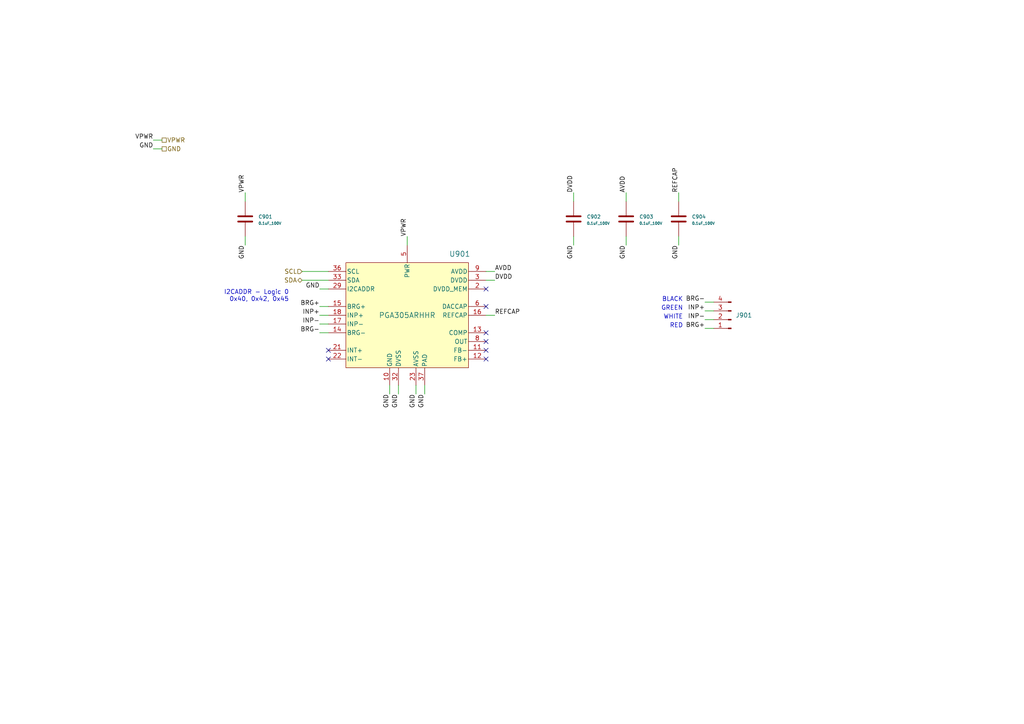
<source format=kicad_sch>
(kicad_sch (version 20230121) (generator eeschema)
  (paper "A4")
  (lib_symbols
    (symbol "Janelia:C_0.1uF_100V_0402" (pin_numbers hide) (pin_names (offset 0.254))
      (property "Reference" "C" (at 0 2.54 0))
      (property "Value" "0.1uF_100V" (at 0 0 0))
      (symbol "C_0.1uF_100V_0402_0_1"
        (polyline (pts (xy -2.032 -0.762) (xy 2.032 -0.762)) (stroke (width 0.508)))
        (polyline (pts (xy -2.032 0.762) (xy 2.032 0.762)) (stroke (width 0.508)))
      )
      (symbol "C_0.1uF_100V_0402_1_1"
        (pin passive line (at 0 5.08 270) (length 4.318) (name "~") (number "1"))
        (pin passive line (at 0 -5.08 90) (length 4.318) (name "~") (number "2"))
      )
    )
    (symbol "Janelia:Conn_01x04_P3.5mm_TBH_Horizontal_Screw" (pin_names (offset 1.016) hide)
      (property "Reference" "J" (at -3.81 0 0))
      (symbol "Conn_01x04_P3.5mm_TBH_Horizontal_Screw_1_1"
        (polyline (pts (xy 1.27 -5.08) (xy 0.8636 -5.08)) (stroke (width 0.1524)))
        (polyline (pts (xy 1.27 -2.54) (xy 0.8636 -2.54)) (stroke (width 0.1524)))
        (polyline (pts (xy 1.27 0) (xy 0.8636 0)) (stroke (width 0.1524)))
        (polyline (pts (xy 1.27 2.54) (xy 0.8636 2.54)) (stroke (width 0.1524)))
        (rectangle (start 0.8636 -4.953) (end 0 -5.207) (stroke (width 0.1524)) (fill (type outline)))
        (rectangle (start 0.8636 -2.413) (end 0 -2.667) (stroke (width 0.1524)) (fill (type outline)))
        (rectangle (start 0.8636 0.127) (end 0 -0.127) (stroke (width 0.1524)) (fill (type outline)))
        (rectangle (start 0.8636 2.667) (end 0 2.413) (stroke (width 0.1524)) (fill (type outline)))
        (pin passive line (at 5.08 2.54 180) (length 3.81) (name "Pin_1") (number "1"))
        (pin passive line (at 5.08 0 180) (length 3.81) (name "Pin_2") (number "2"))
        (pin passive line (at 5.08 -2.54 180) (length 3.81) (name "Pin_3") (number "3"))
        (pin passive line (at 5.08 -5.08 180) (length 3.81) (name "Pin_4") (number "4"))
      )
    )
    (symbol "Janelia:PGA305ARHHR" (pin_names (offset 0.254))
      (property "Reference" "U" (at 15.24 17.78 0))
      (property "Value" "PGA305ARHHR" (at 0 0 0))
      (symbol "PGA305ARHHR_0_1"
        (pin power_in line (at -5.08 -20.32 90) (length 5.08) (name "GND") (number "10"))
        (pin input line (at 22.86 -10.16 180) (length 5.08) (name "FB-") (number "11"))
        (pin input line (at 22.86 -12.7 180) (length 5.08) (name "FB+") (number "12"))
        (pin output line (at -22.86 -5.08 0) (length 5.08) (name "BRG-") (number "14"))
        (pin output line (at -22.86 2.54 0) (length 5.08) (name "BRG+") (number "15"))
        (pin input line (at -22.86 -2.54 0) (length 5.08) (name "INP-") (number "17"))
        (pin input line (at -22.86 0 0) (length 5.08) (name "INP+") (number "18"))
        (pin power_in line (at 22.86 7.62 180) (length 5.08) (name "DVDD_MEM") (number "2"))
        (pin input line (at -22.86 -10.16 0) (length 5.08) (name "INT+") (number "21"))
        (pin input line (at -22.86 -12.7 0) (length 5.08) (name "INT-") (number "22"))
        (pin power_in line (at 2.54 -20.32 90) (length 5.08) (name "AVSS") (number "23"))
        (pin input line (at -22.86 7.62 0) (length 5.08) (name "I2CADDR") (number "29"))
        (pin power_in line (at -2.54 -20.32 90) (length 5.08) (name "DVSS") (number "32"))
        (pin bidirectional line (at -22.86 10.16 0) (length 5.08) (name "SDA") (number "33"))
        (pin unspecified line (at 5.08 -20.32 90) (length 5.08) (name "PAD") (number "37"))
        (pin power_in line (at 0 20.32 270) (length 5.08) (name "PWR") (number "5"))
        (pin output line (at 22.86 -7.62 180) (length 5.08) (name "OUT") (number "8"))
      )
      (symbol "PGA305ARHHR_1_1"
        (rectangle (start -17.78 15.24) (end 17.78 -15.24) (fill (type background)))
        (pin no_connect line (at 10.16 -25.4 90) (length 5.08) hide (name "NU") (number "1"))
        (pin input line (at 22.86 -5.08 180) (length 5.08) (name "COMP") (number "13"))
        (pin output line (at 22.86 0 180) (length 5.08) (name "REFCAP") (number "16"))
        (pin no_connect line (at 17.78 -25.4 90) (length 5.08) hide (name "NU") (number "19"))
        (pin no_connect line (at 20.32 -25.4 90) (length 5.08) hide (name "NU") (number "20"))
        (pin no_connect line (at 22.86 -25.4 90) (length 5.08) hide (name "NU") (number "24"))
        (pin no_connect line (at 25.4 -25.4 90) (length 5.08) hide (name "NU") (number "25"))
        (pin no_connect line (at 27.94 -25.4 90) (length 5.08) hide (name "NU") (number "26"))
        (pin no_connect line (at 30.48 -25.4 90) (length 5.08) hide (name "NU") (number "27"))
        (pin no_connect line (at 33.02 -25.4 90) (length 5.08) hide (name "NU") (number "28"))
        (pin power_out line (at 22.86 10.16 180) (length 5.08) (name "DVDD") (number "3"))
        (pin no_connect line (at 35.56 -25.4 90) (length 5.08) hide (name "NU") (number "30"))
        (pin no_connect line (at 38.1 -25.4 90) (length 5.08) hide (name "NU") (number "31"))
        (pin no_connect line (at 40.64 -25.4 90) (length 5.08) hide (name "NU") (number "34"))
        (pin no_connect line (at 43.18 -25.4 90) (length 5.08) hide (name "NU") (number "35"))
        (pin input line (at -22.86 12.7 0) (length 5.08) (name "SCL") (number "36"))
        (pin no_connect line (at 12.7 -25.4 90) (length 5.08) hide (name "NU") (number "4"))
        (pin output line (at 22.86 2.54 180) (length 5.08) (name "DACCAP") (number "6"))
        (pin no_connect line (at 15.24 -25.4 90) (length 5.08) hide (name "NU") (number "7"))
        (pin power_out line (at 22.86 12.7 180) (length 5.08) (name "AVDD") (number "9"))
      )
    )
  )
  (no_connect (at 140.97 83.82))
  (no_connect (at 140.97 99.06))
  (no_connect (at 95.25 104.14))
  (no_connect (at 140.97 88.9))
  (no_connect (at 140.97 101.6))
  (no_connect (at 140.97 104.14))
  (no_connect (at 95.25 101.6))
  (no_connect (at 140.97 96.52))
  (wire (pts (xy 166.37 68.58) (xy 166.37 71.12)))
  (wire (pts (xy 46.99 40.64) (xy 44.45 40.64)))
  (wire (pts (xy 115.57 111.76) (xy 115.57 114.3)))
  (wire (pts (xy 166.37 58.42) (xy 166.37 55.88)))
  (wire (pts (xy 181.61 58.42) (xy 181.61 55.88)))
  (wire (pts (xy 204.47 95.25) (xy 207.01 95.25)))
  (wire (pts (xy 196.85 58.42) (xy 196.85 55.88)))
  (wire (pts (xy 140.97 91.44) (xy 143.51 91.44)))
  (wire (pts (xy 95.25 88.9) (xy 92.71 88.9)))
  (wire (pts (xy 95.25 91.44) (xy 92.71 91.44)))
  (wire (pts (xy 181.61 68.58) (xy 181.61 71.12)))
  (wire (pts (xy 71.12 58.42) (xy 71.12 55.88)))
  (wire (pts (xy 140.97 78.74) (xy 143.51 78.74)))
  (wire (pts (xy 46.99 43.18) (xy 44.45 43.18)))
  (wire (pts (xy 196.85 68.58) (xy 196.85 71.12)))
  (wire (pts (xy 95.25 93.98) (xy 92.71 93.98)))
  (wire (pts (xy 204.47 92.71) (xy 207.01 92.71)))
  (wire (pts (xy 95.25 96.52) (xy 92.71 96.52)))
  (wire (pts (xy 123.19 111.76) (xy 123.19 114.3)))
  (wire (pts (xy 118.11 71.12) (xy 118.11 68.58)))
  (wire (pts (xy 113.03 111.76) (xy 113.03 114.3)))
  (wire (pts (xy 120.65 111.76) (xy 120.65 114.3)))
  (wire (pts (xy 95.25 83.82) (xy 92.71 83.82)))
  (wire (pts (xy 71.12 68.58) (xy 71.12 71.12)))
  (wire (pts (xy 87.63 78.74) (xy 95.25 78.74)))
  (wire (pts (xy 140.97 81.28) (xy 143.51 81.28)))
  (wire (pts (xy 204.47 87.63) (xy 207.01 87.63)))
  (wire (pts (xy 87.63 81.28) (xy 95.25 81.28)))
  (wire (pts (xy 204.47 90.17) (xy 207.01 90.17)))
  (text "GREEN" (at 198.12 90.17 0) (effects (font (size 1.27 1.27)) (justify right bottom)))
  (text "BLACK" (at 198.12 87.63 0) (effects (font (size 1.27 1.27)) (justify right bottom)))
  (text "RED" (at 198.12 95.25 0) (effects (font (size 1.27 1.27)) (justify right bottom)))
  (text "I2CADDR - Logic 0\n0x40, 0x42, 0x45" (at 83.82 87.63 0) (effects (font (size 1.27 1.27)) (justify right bottom)))
  (text "WHITE" (at 198.12 92.71 0) (effects (font (size 1.27 1.27)) (justify right bottom)))
  (label "GND" (at 71.12 71.12 270))
  (label "GND" (at 113.03 114.3 270))
  (label "VPWR" (at 44.45 40.64 180))
  (label "BRG-" (at 92.71 96.52 180))
  (label "AVDD" (at 143.51 78.74 0))
  (label "INP-" (at 92.71 93.98 180))
  (label "BRG-" (at 204.47 87.63 180))
  (label "GND" (at 120.65 114.3 270))
  (label "GND" (at 123.19 114.3 270))
  (label "INP-" (at 204.47 92.71 180))
  (label "VPWR" (at 71.12 55.88 90))
  (label "VPWR" (at 118.11 68.58 90))
  (label "AVDD" (at 181.61 55.88 90))
  (label "GND" (at 92.71 83.82 180))
  (label "DVDD" (at 143.51 81.28 0))
  (label "INP+" (at 92.71 91.44 180))
  (label "DVDD" (at 166.37 55.88 90))
  (label "REFCAP" (at 196.85 55.88 90))
  (label "INP+" (at 204.47 90.17 180))
  (label "BRG+" (at 204.47 95.25 180))
  (label "GND" (at 115.57 114.3 270))
  (label "GND" (at 196.85 71.12 270))
  (label "BRG+" (at 92.71 88.9 180))
  (label "GND" (at 166.37 71.12 270))
  (label "GND" (at 181.61 71.12 270))
  (label "REFCAP" (at 143.51 91.44 0))
  (label "GND" (at 44.45 43.18 180))
  (hierarchical_label "GND" (shape passive) (at 46.99 43.18 0))
  (hierarchical_label "VPWR" (shape passive) (at 46.99 40.64 0))
  (hierarchical_label "SDA" (shape bidirectional) (at 87.63 81.28 180))
  (hierarchical_label "SCL" (shape input) (at 87.63 78.74 180))
  (symbol (lib_id "Janelia:C_0.1uF_100V_0402") (at 166.37 63.5 0) (unit 1)
    (property "Reference" "C902" (at 170.18 62.865 0) (effects (font (size 1.016 1.016)) (justify left)))
    (property "Value" "0.1uF_100V" (at 170.18 64.7699 0) (effects (font (size 0.762 0.762)) (justify left)))
    (property "Footprint" "Janelia:C_0402_1005Metric" (effects hide))
    (property "Vendor" "Digi-Key" (effects hide))
    (property "Vendor Part Number" "490-10458-1-ND" (effects hide))
    (property "Manufacturer" "Murata Electronics" (effects hide))
    (property "Manufacturer Part Number" "GRM155R62A104KE14D" (effects hide))
    (property "Package" "0402" (effects hide))
    (property "Synopsis" "CAP CER 0.1UF 100V X5R" (effects hide))
    (property "LCSC" "C162178" (effects hide))
  )
  (symbol (lib_id "Janelia:C_0.1uF_100V_0402") (at 196.85 63.5 0) (unit 1)
    (property "Reference" "C904" (at 200.66 62.865 0) (effects (font (size 1.016 1.016)) (justify left)))
    (property "Value" "0.1uF_100V" (at 200.66 64.7699 0) (effects (font (size 0.762 0.762)) (justify left)))
    (property "Footprint" "Janelia:C_0402_1005Metric" (effects hide))
    (property "Vendor" "Digi-Key" (effects hide))
    (property "Vendor Part Number" "490-10458-1-ND" (effects hide))
    (property "Manufacturer" "Murata Electronics" (effects hide))
    (property "Manufacturer Part Number" "GRM155R62A104KE14D" (effects hide))
    (property "Package" "0402" (effects hide))
    (property "Synopsis" "CAP CER 0.1UF 100V X5R" (effects hide))
    (property "LCSC" "C162178" (effects hide))
  )
  (symbol (lib_id "Janelia:C_0.1uF_100V_0402") (at 181.61 63.5 0) (unit 1)
    (property "Reference" "C903" (at 185.42 62.865 0) (effects (font (size 1.016 1.016)) (justify left)))
    (property "Value" "0.1uF_100V" (at 185.42 64.7699 0) (effects (font (size 0.762 0.762)) (justify left)))
    (property "Footprint" "Janelia:C_0402_1005Metric" (effects hide))
    (property "Vendor" "Digi-Key" (effects hide))
    (property "Vendor Part Number" "490-10458-1-ND" (effects hide))
    (property "Manufacturer" "Murata Electronics" (effects hide))
    (property "Manufacturer Part Number" "GRM155R62A104KE14D" (effects hide))
    (property "Package" "0402" (effects hide))
    (property "Synopsis" "CAP CER 0.1UF 100V X5R" (effects hide))
    (property "LCSC" "C162178" (effects hide))
  )
  (symbol (lib_id "Janelia:PGA305ARHHR") (at 118.11 91.44 0) (unit 1)
    (property "Reference" "U901" (at 133.35 73.66 0) (effects (font (size 1.524 1.524))))
    (property "Value" "PGA305ARHHR" (at 118.11 91.44 0) (effects (font (size 1.524 1.524))))
    (property "Footprint" "Janelia:RHH0036C" (effects hide))
    (property "Synopsis" "IC SIGNAL COND ANLG" (effects hide))
    (property "Package" "VQFN-36-EP(6x6)" (effects hide))
    (property "Manufacturer" "Texas Instruments" (effects hide))
    (property "Manufacturer Part Number" "PGA305ARHHR" (effects hide))
    (property "Vendor" "Digi-Key" (effects hide))
    (property "Vendor Part Number" "PGA305ARHHR-ND" (effects hide))
    (property "Sim.Enable" "0" (effects hide))
    (property "LCSC" "C2678416" (effects hide))
  )
  (symbol (lib_id "Janelia:C_0.1uF_100V_0402") (at 71.12 63.5 0) (unit 1)
    (property "Reference" "C901" (at 74.93 62.865 0) (effects (font (size 1.016 1.016)) (justify left)))
    (property "Value" "0.1uF_100V" (at 74.93 64.7699 0) (effects (font (size 0.762 0.762)) (justify left)))
    (property "Footprint" "Janelia:C_0402_1005Metric" (effects hide))
    (property "Vendor" "Digi-Key" (effects hide))
    (property "Vendor Part Number" "490-10458-1-ND" (effects hide))
    (property "Manufacturer" "Murata Electronics" (effects hide))
    (property "Manufacturer Part Number" "GRM155R62A104KE14D" (effects hide))
    (property "Package" "0402" (effects hide))
    (property "Synopsis" "CAP CER 0.1UF 100V X5R" (effects hide))
    (property "LCSC" "C162178" (effects hide))
  )
  (symbol (lib_id "Janelia:Conn_01x04_P3.5mm_TBH_Horizontal_Screw") (at 212.09 92.71 180) (unit 1)
    (property "Reference" "J901" (at 213.36 91.44 0) (effects (justify right)))
    (property "Value" "Conn_01x04_P3.5mm_TBH_Horizontal_Screw" (effects hide))
    (property "Footprint" "Janelia:PhoenixContact_MC_1,5_4-G-3.5_1x04_P3.50mm_Horizontal_Screw" (effects hide))
    (property "Manufacturer" "Phoenix Contact" (effects hide))
    (property "Manufacturer Part Number" "1844236" (effects hide))
    (property "Synopsis" "TERM BLOCK HDR 4POS 90DEG 3.5MM" (effects hide))
    (property "Vendor" "Digi-Key" (effects hide))
    (property "Vendor Part Number" "277-2419-ND" (effects hide))
    (property "Sim.Enable" "0" (effects hide))
    (property "LCSC" "C480590" (effects hide))
    (property "Package" "Push-Pull P=3.5mm" (effects hide))
  )
)
</source>
